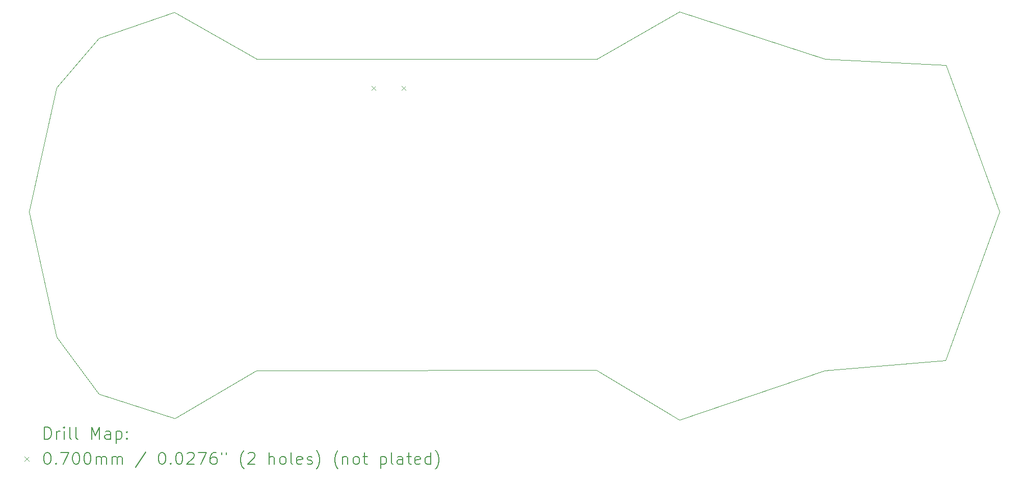
<source format=gbr>
%TF.GenerationSoftware,KiCad,Pcbnew,7.0.5*%
%TF.CreationDate,2023-07-07T07:55:34+07:00*%
%TF.ProjectId,THUC_TAPP,54485543-5f54-4415-9050-2e6b69636164,rev?*%
%TF.SameCoordinates,Original*%
%TF.FileFunction,Drillmap*%
%TF.FilePolarity,Positive*%
%FSLAX45Y45*%
G04 Gerber Fmt 4.5, Leading zero omitted, Abs format (unit mm)*
G04 Created by KiCad (PCBNEW 7.0.5) date 2023-07-07 07:55:34*
%MOMM*%
%LPD*%
G01*
G04 APERTURE LIST*
%ADD10C,0.100000*%
%ADD11C,0.200000*%
%ADD12C,0.070000*%
G04 APERTURE END LIST*
D10*
X22244490Y-5071334D02*
X24247280Y-5169124D01*
X25141360Y-7615144D01*
X24239660Y-10086564D01*
X22233060Y-10256744D01*
X19825140Y-11077164D01*
X18446080Y-10244084D01*
X12794580Y-10249164D01*
X11438060Y-11051764D01*
X10181726Y-10645697D01*
X9478146Y-9695737D01*
X9020946Y-7615477D01*
X9478146Y-5545377D01*
X10176646Y-4722417D01*
X11432980Y-4290284D01*
X12804580Y-5072604D01*
X18453540Y-5070064D01*
X19822600Y-4280124D01*
X22244490Y-5071334D01*
D11*
D12*
X14710000Y-5517000D02*
X14780000Y-5587000D01*
X14780000Y-5517000D02*
X14710000Y-5587000D01*
X15210000Y-5517000D02*
X15280000Y-5587000D01*
X15280000Y-5517000D02*
X15210000Y-5587000D01*
D11*
X9276723Y-11393648D02*
X9276723Y-11193648D01*
X9276723Y-11193648D02*
X9324342Y-11193648D01*
X9324342Y-11193648D02*
X9352913Y-11203171D01*
X9352913Y-11203171D02*
X9371961Y-11222219D01*
X9371961Y-11222219D02*
X9381485Y-11241267D01*
X9381485Y-11241267D02*
X9391008Y-11279362D01*
X9391008Y-11279362D02*
X9391008Y-11307933D01*
X9391008Y-11307933D02*
X9381485Y-11346028D01*
X9381485Y-11346028D02*
X9371961Y-11365076D01*
X9371961Y-11365076D02*
X9352913Y-11384124D01*
X9352913Y-11384124D02*
X9324342Y-11393648D01*
X9324342Y-11393648D02*
X9276723Y-11393648D01*
X9476723Y-11393648D02*
X9476723Y-11260314D01*
X9476723Y-11298409D02*
X9486246Y-11279362D01*
X9486246Y-11279362D02*
X9495770Y-11269838D01*
X9495770Y-11269838D02*
X9514818Y-11260314D01*
X9514818Y-11260314D02*
X9533866Y-11260314D01*
X9600532Y-11393648D02*
X9600532Y-11260314D01*
X9600532Y-11193648D02*
X9591008Y-11203171D01*
X9591008Y-11203171D02*
X9600532Y-11212695D01*
X9600532Y-11212695D02*
X9610056Y-11203171D01*
X9610056Y-11203171D02*
X9600532Y-11193648D01*
X9600532Y-11193648D02*
X9600532Y-11212695D01*
X9724342Y-11393648D02*
X9705294Y-11384124D01*
X9705294Y-11384124D02*
X9695770Y-11365076D01*
X9695770Y-11365076D02*
X9695770Y-11193648D01*
X9829104Y-11393648D02*
X9810056Y-11384124D01*
X9810056Y-11384124D02*
X9800532Y-11365076D01*
X9800532Y-11365076D02*
X9800532Y-11193648D01*
X10057675Y-11393648D02*
X10057675Y-11193648D01*
X10057675Y-11193648D02*
X10124342Y-11336505D01*
X10124342Y-11336505D02*
X10191008Y-11193648D01*
X10191008Y-11193648D02*
X10191008Y-11393648D01*
X10371961Y-11393648D02*
X10371961Y-11288886D01*
X10371961Y-11288886D02*
X10362437Y-11269838D01*
X10362437Y-11269838D02*
X10343389Y-11260314D01*
X10343389Y-11260314D02*
X10305294Y-11260314D01*
X10305294Y-11260314D02*
X10286246Y-11269838D01*
X10371961Y-11384124D02*
X10352913Y-11393648D01*
X10352913Y-11393648D02*
X10305294Y-11393648D01*
X10305294Y-11393648D02*
X10286246Y-11384124D01*
X10286246Y-11384124D02*
X10276723Y-11365076D01*
X10276723Y-11365076D02*
X10276723Y-11346028D01*
X10276723Y-11346028D02*
X10286246Y-11326981D01*
X10286246Y-11326981D02*
X10305294Y-11317457D01*
X10305294Y-11317457D02*
X10352913Y-11317457D01*
X10352913Y-11317457D02*
X10371961Y-11307933D01*
X10467199Y-11260314D02*
X10467199Y-11460314D01*
X10467199Y-11269838D02*
X10486246Y-11260314D01*
X10486246Y-11260314D02*
X10524342Y-11260314D01*
X10524342Y-11260314D02*
X10543389Y-11269838D01*
X10543389Y-11269838D02*
X10552913Y-11279362D01*
X10552913Y-11279362D02*
X10562437Y-11298409D01*
X10562437Y-11298409D02*
X10562437Y-11355552D01*
X10562437Y-11355552D02*
X10552913Y-11374600D01*
X10552913Y-11374600D02*
X10543389Y-11384124D01*
X10543389Y-11384124D02*
X10524342Y-11393648D01*
X10524342Y-11393648D02*
X10486246Y-11393648D01*
X10486246Y-11393648D02*
X10467199Y-11384124D01*
X10648151Y-11374600D02*
X10657675Y-11384124D01*
X10657675Y-11384124D02*
X10648151Y-11393648D01*
X10648151Y-11393648D02*
X10638627Y-11384124D01*
X10638627Y-11384124D02*
X10648151Y-11374600D01*
X10648151Y-11374600D02*
X10648151Y-11393648D01*
X10648151Y-11269838D02*
X10657675Y-11279362D01*
X10657675Y-11279362D02*
X10648151Y-11288886D01*
X10648151Y-11288886D02*
X10638627Y-11279362D01*
X10638627Y-11279362D02*
X10648151Y-11269838D01*
X10648151Y-11269838D02*
X10648151Y-11288886D01*
D12*
X8945946Y-11687164D02*
X9015946Y-11757164D01*
X9015946Y-11687164D02*
X8945946Y-11757164D01*
D11*
X9314818Y-11613648D02*
X9333866Y-11613648D01*
X9333866Y-11613648D02*
X9352913Y-11623171D01*
X9352913Y-11623171D02*
X9362437Y-11632695D01*
X9362437Y-11632695D02*
X9371961Y-11651743D01*
X9371961Y-11651743D02*
X9381485Y-11689838D01*
X9381485Y-11689838D02*
X9381485Y-11737457D01*
X9381485Y-11737457D02*
X9371961Y-11775552D01*
X9371961Y-11775552D02*
X9362437Y-11794600D01*
X9362437Y-11794600D02*
X9352913Y-11804124D01*
X9352913Y-11804124D02*
X9333866Y-11813648D01*
X9333866Y-11813648D02*
X9314818Y-11813648D01*
X9314818Y-11813648D02*
X9295770Y-11804124D01*
X9295770Y-11804124D02*
X9286246Y-11794600D01*
X9286246Y-11794600D02*
X9276723Y-11775552D01*
X9276723Y-11775552D02*
X9267199Y-11737457D01*
X9267199Y-11737457D02*
X9267199Y-11689838D01*
X9267199Y-11689838D02*
X9276723Y-11651743D01*
X9276723Y-11651743D02*
X9286246Y-11632695D01*
X9286246Y-11632695D02*
X9295770Y-11623171D01*
X9295770Y-11623171D02*
X9314818Y-11613648D01*
X9467199Y-11794600D02*
X9476723Y-11804124D01*
X9476723Y-11804124D02*
X9467199Y-11813648D01*
X9467199Y-11813648D02*
X9457675Y-11804124D01*
X9457675Y-11804124D02*
X9467199Y-11794600D01*
X9467199Y-11794600D02*
X9467199Y-11813648D01*
X9543389Y-11613648D02*
X9676723Y-11613648D01*
X9676723Y-11613648D02*
X9591008Y-11813648D01*
X9791008Y-11613648D02*
X9810056Y-11613648D01*
X9810056Y-11613648D02*
X9829104Y-11623171D01*
X9829104Y-11623171D02*
X9838627Y-11632695D01*
X9838627Y-11632695D02*
X9848151Y-11651743D01*
X9848151Y-11651743D02*
X9857675Y-11689838D01*
X9857675Y-11689838D02*
X9857675Y-11737457D01*
X9857675Y-11737457D02*
X9848151Y-11775552D01*
X9848151Y-11775552D02*
X9838627Y-11794600D01*
X9838627Y-11794600D02*
X9829104Y-11804124D01*
X9829104Y-11804124D02*
X9810056Y-11813648D01*
X9810056Y-11813648D02*
X9791008Y-11813648D01*
X9791008Y-11813648D02*
X9771961Y-11804124D01*
X9771961Y-11804124D02*
X9762437Y-11794600D01*
X9762437Y-11794600D02*
X9752913Y-11775552D01*
X9752913Y-11775552D02*
X9743389Y-11737457D01*
X9743389Y-11737457D02*
X9743389Y-11689838D01*
X9743389Y-11689838D02*
X9752913Y-11651743D01*
X9752913Y-11651743D02*
X9762437Y-11632695D01*
X9762437Y-11632695D02*
X9771961Y-11623171D01*
X9771961Y-11623171D02*
X9791008Y-11613648D01*
X9981485Y-11613648D02*
X10000532Y-11613648D01*
X10000532Y-11613648D02*
X10019580Y-11623171D01*
X10019580Y-11623171D02*
X10029104Y-11632695D01*
X10029104Y-11632695D02*
X10038627Y-11651743D01*
X10038627Y-11651743D02*
X10048151Y-11689838D01*
X10048151Y-11689838D02*
X10048151Y-11737457D01*
X10048151Y-11737457D02*
X10038627Y-11775552D01*
X10038627Y-11775552D02*
X10029104Y-11794600D01*
X10029104Y-11794600D02*
X10019580Y-11804124D01*
X10019580Y-11804124D02*
X10000532Y-11813648D01*
X10000532Y-11813648D02*
X9981485Y-11813648D01*
X9981485Y-11813648D02*
X9962437Y-11804124D01*
X9962437Y-11804124D02*
X9952913Y-11794600D01*
X9952913Y-11794600D02*
X9943389Y-11775552D01*
X9943389Y-11775552D02*
X9933866Y-11737457D01*
X9933866Y-11737457D02*
X9933866Y-11689838D01*
X9933866Y-11689838D02*
X9943389Y-11651743D01*
X9943389Y-11651743D02*
X9952913Y-11632695D01*
X9952913Y-11632695D02*
X9962437Y-11623171D01*
X9962437Y-11623171D02*
X9981485Y-11613648D01*
X10133866Y-11813648D02*
X10133866Y-11680314D01*
X10133866Y-11699362D02*
X10143389Y-11689838D01*
X10143389Y-11689838D02*
X10162437Y-11680314D01*
X10162437Y-11680314D02*
X10191008Y-11680314D01*
X10191008Y-11680314D02*
X10210056Y-11689838D01*
X10210056Y-11689838D02*
X10219580Y-11708886D01*
X10219580Y-11708886D02*
X10219580Y-11813648D01*
X10219580Y-11708886D02*
X10229104Y-11689838D01*
X10229104Y-11689838D02*
X10248151Y-11680314D01*
X10248151Y-11680314D02*
X10276723Y-11680314D01*
X10276723Y-11680314D02*
X10295770Y-11689838D01*
X10295770Y-11689838D02*
X10305294Y-11708886D01*
X10305294Y-11708886D02*
X10305294Y-11813648D01*
X10400532Y-11813648D02*
X10400532Y-11680314D01*
X10400532Y-11699362D02*
X10410056Y-11689838D01*
X10410056Y-11689838D02*
X10429104Y-11680314D01*
X10429104Y-11680314D02*
X10457675Y-11680314D01*
X10457675Y-11680314D02*
X10476723Y-11689838D01*
X10476723Y-11689838D02*
X10486247Y-11708886D01*
X10486247Y-11708886D02*
X10486247Y-11813648D01*
X10486247Y-11708886D02*
X10495770Y-11689838D01*
X10495770Y-11689838D02*
X10514818Y-11680314D01*
X10514818Y-11680314D02*
X10543389Y-11680314D01*
X10543389Y-11680314D02*
X10562437Y-11689838D01*
X10562437Y-11689838D02*
X10571961Y-11708886D01*
X10571961Y-11708886D02*
X10571961Y-11813648D01*
X10962437Y-11604124D02*
X10791009Y-11861267D01*
X11219580Y-11613648D02*
X11238628Y-11613648D01*
X11238628Y-11613648D02*
X11257675Y-11623171D01*
X11257675Y-11623171D02*
X11267199Y-11632695D01*
X11267199Y-11632695D02*
X11276723Y-11651743D01*
X11276723Y-11651743D02*
X11286247Y-11689838D01*
X11286247Y-11689838D02*
X11286247Y-11737457D01*
X11286247Y-11737457D02*
X11276723Y-11775552D01*
X11276723Y-11775552D02*
X11267199Y-11794600D01*
X11267199Y-11794600D02*
X11257675Y-11804124D01*
X11257675Y-11804124D02*
X11238628Y-11813648D01*
X11238628Y-11813648D02*
X11219580Y-11813648D01*
X11219580Y-11813648D02*
X11200532Y-11804124D01*
X11200532Y-11804124D02*
X11191008Y-11794600D01*
X11191008Y-11794600D02*
X11181485Y-11775552D01*
X11181485Y-11775552D02*
X11171961Y-11737457D01*
X11171961Y-11737457D02*
X11171961Y-11689838D01*
X11171961Y-11689838D02*
X11181485Y-11651743D01*
X11181485Y-11651743D02*
X11191008Y-11632695D01*
X11191008Y-11632695D02*
X11200532Y-11623171D01*
X11200532Y-11623171D02*
X11219580Y-11613648D01*
X11371961Y-11794600D02*
X11381485Y-11804124D01*
X11381485Y-11804124D02*
X11371961Y-11813648D01*
X11371961Y-11813648D02*
X11362437Y-11804124D01*
X11362437Y-11804124D02*
X11371961Y-11794600D01*
X11371961Y-11794600D02*
X11371961Y-11813648D01*
X11505294Y-11613648D02*
X11524342Y-11613648D01*
X11524342Y-11613648D02*
X11543389Y-11623171D01*
X11543389Y-11623171D02*
X11552913Y-11632695D01*
X11552913Y-11632695D02*
X11562437Y-11651743D01*
X11562437Y-11651743D02*
X11571961Y-11689838D01*
X11571961Y-11689838D02*
X11571961Y-11737457D01*
X11571961Y-11737457D02*
X11562437Y-11775552D01*
X11562437Y-11775552D02*
X11552913Y-11794600D01*
X11552913Y-11794600D02*
X11543389Y-11804124D01*
X11543389Y-11804124D02*
X11524342Y-11813648D01*
X11524342Y-11813648D02*
X11505294Y-11813648D01*
X11505294Y-11813648D02*
X11486247Y-11804124D01*
X11486247Y-11804124D02*
X11476723Y-11794600D01*
X11476723Y-11794600D02*
X11467199Y-11775552D01*
X11467199Y-11775552D02*
X11457675Y-11737457D01*
X11457675Y-11737457D02*
X11457675Y-11689838D01*
X11457675Y-11689838D02*
X11467199Y-11651743D01*
X11467199Y-11651743D02*
X11476723Y-11632695D01*
X11476723Y-11632695D02*
X11486247Y-11623171D01*
X11486247Y-11623171D02*
X11505294Y-11613648D01*
X11648151Y-11632695D02*
X11657675Y-11623171D01*
X11657675Y-11623171D02*
X11676723Y-11613648D01*
X11676723Y-11613648D02*
X11724342Y-11613648D01*
X11724342Y-11613648D02*
X11743389Y-11623171D01*
X11743389Y-11623171D02*
X11752913Y-11632695D01*
X11752913Y-11632695D02*
X11762437Y-11651743D01*
X11762437Y-11651743D02*
X11762437Y-11670790D01*
X11762437Y-11670790D02*
X11752913Y-11699362D01*
X11752913Y-11699362D02*
X11638628Y-11813648D01*
X11638628Y-11813648D02*
X11762437Y-11813648D01*
X11829104Y-11613648D02*
X11962437Y-11613648D01*
X11962437Y-11613648D02*
X11876723Y-11813648D01*
X12124342Y-11613648D02*
X12086247Y-11613648D01*
X12086247Y-11613648D02*
X12067199Y-11623171D01*
X12067199Y-11623171D02*
X12057675Y-11632695D01*
X12057675Y-11632695D02*
X12038628Y-11661267D01*
X12038628Y-11661267D02*
X12029104Y-11699362D01*
X12029104Y-11699362D02*
X12029104Y-11775552D01*
X12029104Y-11775552D02*
X12038628Y-11794600D01*
X12038628Y-11794600D02*
X12048151Y-11804124D01*
X12048151Y-11804124D02*
X12067199Y-11813648D01*
X12067199Y-11813648D02*
X12105294Y-11813648D01*
X12105294Y-11813648D02*
X12124342Y-11804124D01*
X12124342Y-11804124D02*
X12133866Y-11794600D01*
X12133866Y-11794600D02*
X12143389Y-11775552D01*
X12143389Y-11775552D02*
X12143389Y-11727933D01*
X12143389Y-11727933D02*
X12133866Y-11708886D01*
X12133866Y-11708886D02*
X12124342Y-11699362D01*
X12124342Y-11699362D02*
X12105294Y-11689838D01*
X12105294Y-11689838D02*
X12067199Y-11689838D01*
X12067199Y-11689838D02*
X12048151Y-11699362D01*
X12048151Y-11699362D02*
X12038628Y-11708886D01*
X12038628Y-11708886D02*
X12029104Y-11727933D01*
X12219580Y-11613648D02*
X12219580Y-11651743D01*
X12295770Y-11613648D02*
X12295770Y-11651743D01*
X12591009Y-11889838D02*
X12581485Y-11880314D01*
X12581485Y-11880314D02*
X12562437Y-11851743D01*
X12562437Y-11851743D02*
X12552913Y-11832695D01*
X12552913Y-11832695D02*
X12543390Y-11804124D01*
X12543390Y-11804124D02*
X12533866Y-11756505D01*
X12533866Y-11756505D02*
X12533866Y-11718409D01*
X12533866Y-11718409D02*
X12543390Y-11670790D01*
X12543390Y-11670790D02*
X12552913Y-11642219D01*
X12552913Y-11642219D02*
X12562437Y-11623171D01*
X12562437Y-11623171D02*
X12581485Y-11594600D01*
X12581485Y-11594600D02*
X12591009Y-11585076D01*
X12657675Y-11632695D02*
X12667199Y-11623171D01*
X12667199Y-11623171D02*
X12686247Y-11613648D01*
X12686247Y-11613648D02*
X12733866Y-11613648D01*
X12733866Y-11613648D02*
X12752913Y-11623171D01*
X12752913Y-11623171D02*
X12762437Y-11632695D01*
X12762437Y-11632695D02*
X12771961Y-11651743D01*
X12771961Y-11651743D02*
X12771961Y-11670790D01*
X12771961Y-11670790D02*
X12762437Y-11699362D01*
X12762437Y-11699362D02*
X12648151Y-11813648D01*
X12648151Y-11813648D02*
X12771961Y-11813648D01*
X13010056Y-11813648D02*
X13010056Y-11613648D01*
X13095771Y-11813648D02*
X13095771Y-11708886D01*
X13095771Y-11708886D02*
X13086247Y-11689838D01*
X13086247Y-11689838D02*
X13067199Y-11680314D01*
X13067199Y-11680314D02*
X13038628Y-11680314D01*
X13038628Y-11680314D02*
X13019580Y-11689838D01*
X13019580Y-11689838D02*
X13010056Y-11699362D01*
X13219580Y-11813648D02*
X13200532Y-11804124D01*
X13200532Y-11804124D02*
X13191009Y-11794600D01*
X13191009Y-11794600D02*
X13181485Y-11775552D01*
X13181485Y-11775552D02*
X13181485Y-11718409D01*
X13181485Y-11718409D02*
X13191009Y-11699362D01*
X13191009Y-11699362D02*
X13200532Y-11689838D01*
X13200532Y-11689838D02*
X13219580Y-11680314D01*
X13219580Y-11680314D02*
X13248152Y-11680314D01*
X13248152Y-11680314D02*
X13267199Y-11689838D01*
X13267199Y-11689838D02*
X13276723Y-11699362D01*
X13276723Y-11699362D02*
X13286247Y-11718409D01*
X13286247Y-11718409D02*
X13286247Y-11775552D01*
X13286247Y-11775552D02*
X13276723Y-11794600D01*
X13276723Y-11794600D02*
X13267199Y-11804124D01*
X13267199Y-11804124D02*
X13248152Y-11813648D01*
X13248152Y-11813648D02*
X13219580Y-11813648D01*
X13400532Y-11813648D02*
X13381485Y-11804124D01*
X13381485Y-11804124D02*
X13371961Y-11785076D01*
X13371961Y-11785076D02*
X13371961Y-11613648D01*
X13552913Y-11804124D02*
X13533866Y-11813648D01*
X13533866Y-11813648D02*
X13495771Y-11813648D01*
X13495771Y-11813648D02*
X13476723Y-11804124D01*
X13476723Y-11804124D02*
X13467199Y-11785076D01*
X13467199Y-11785076D02*
X13467199Y-11708886D01*
X13467199Y-11708886D02*
X13476723Y-11689838D01*
X13476723Y-11689838D02*
X13495771Y-11680314D01*
X13495771Y-11680314D02*
X13533866Y-11680314D01*
X13533866Y-11680314D02*
X13552913Y-11689838D01*
X13552913Y-11689838D02*
X13562437Y-11708886D01*
X13562437Y-11708886D02*
X13562437Y-11727933D01*
X13562437Y-11727933D02*
X13467199Y-11746981D01*
X13638628Y-11804124D02*
X13657675Y-11813648D01*
X13657675Y-11813648D02*
X13695771Y-11813648D01*
X13695771Y-11813648D02*
X13714818Y-11804124D01*
X13714818Y-11804124D02*
X13724342Y-11785076D01*
X13724342Y-11785076D02*
X13724342Y-11775552D01*
X13724342Y-11775552D02*
X13714818Y-11756505D01*
X13714818Y-11756505D02*
X13695771Y-11746981D01*
X13695771Y-11746981D02*
X13667199Y-11746981D01*
X13667199Y-11746981D02*
X13648152Y-11737457D01*
X13648152Y-11737457D02*
X13638628Y-11718409D01*
X13638628Y-11718409D02*
X13638628Y-11708886D01*
X13638628Y-11708886D02*
X13648152Y-11689838D01*
X13648152Y-11689838D02*
X13667199Y-11680314D01*
X13667199Y-11680314D02*
X13695771Y-11680314D01*
X13695771Y-11680314D02*
X13714818Y-11689838D01*
X13791009Y-11889838D02*
X13800533Y-11880314D01*
X13800533Y-11880314D02*
X13819580Y-11851743D01*
X13819580Y-11851743D02*
X13829104Y-11832695D01*
X13829104Y-11832695D02*
X13838628Y-11804124D01*
X13838628Y-11804124D02*
X13848152Y-11756505D01*
X13848152Y-11756505D02*
X13848152Y-11718409D01*
X13848152Y-11718409D02*
X13838628Y-11670790D01*
X13838628Y-11670790D02*
X13829104Y-11642219D01*
X13829104Y-11642219D02*
X13819580Y-11623171D01*
X13819580Y-11623171D02*
X13800533Y-11594600D01*
X13800533Y-11594600D02*
X13791009Y-11585076D01*
X14152914Y-11889838D02*
X14143390Y-11880314D01*
X14143390Y-11880314D02*
X14124342Y-11851743D01*
X14124342Y-11851743D02*
X14114818Y-11832695D01*
X14114818Y-11832695D02*
X14105294Y-11804124D01*
X14105294Y-11804124D02*
X14095771Y-11756505D01*
X14095771Y-11756505D02*
X14095771Y-11718409D01*
X14095771Y-11718409D02*
X14105294Y-11670790D01*
X14105294Y-11670790D02*
X14114818Y-11642219D01*
X14114818Y-11642219D02*
X14124342Y-11623171D01*
X14124342Y-11623171D02*
X14143390Y-11594600D01*
X14143390Y-11594600D02*
X14152914Y-11585076D01*
X14229104Y-11680314D02*
X14229104Y-11813648D01*
X14229104Y-11699362D02*
X14238628Y-11689838D01*
X14238628Y-11689838D02*
X14257675Y-11680314D01*
X14257675Y-11680314D02*
X14286247Y-11680314D01*
X14286247Y-11680314D02*
X14305294Y-11689838D01*
X14305294Y-11689838D02*
X14314818Y-11708886D01*
X14314818Y-11708886D02*
X14314818Y-11813648D01*
X14438628Y-11813648D02*
X14419580Y-11804124D01*
X14419580Y-11804124D02*
X14410056Y-11794600D01*
X14410056Y-11794600D02*
X14400533Y-11775552D01*
X14400533Y-11775552D02*
X14400533Y-11718409D01*
X14400533Y-11718409D02*
X14410056Y-11699362D01*
X14410056Y-11699362D02*
X14419580Y-11689838D01*
X14419580Y-11689838D02*
X14438628Y-11680314D01*
X14438628Y-11680314D02*
X14467199Y-11680314D01*
X14467199Y-11680314D02*
X14486247Y-11689838D01*
X14486247Y-11689838D02*
X14495771Y-11699362D01*
X14495771Y-11699362D02*
X14505294Y-11718409D01*
X14505294Y-11718409D02*
X14505294Y-11775552D01*
X14505294Y-11775552D02*
X14495771Y-11794600D01*
X14495771Y-11794600D02*
X14486247Y-11804124D01*
X14486247Y-11804124D02*
X14467199Y-11813648D01*
X14467199Y-11813648D02*
X14438628Y-11813648D01*
X14562437Y-11680314D02*
X14638628Y-11680314D01*
X14591009Y-11613648D02*
X14591009Y-11785076D01*
X14591009Y-11785076D02*
X14600533Y-11804124D01*
X14600533Y-11804124D02*
X14619580Y-11813648D01*
X14619580Y-11813648D02*
X14638628Y-11813648D01*
X14857675Y-11680314D02*
X14857675Y-11880314D01*
X14857675Y-11689838D02*
X14876723Y-11680314D01*
X14876723Y-11680314D02*
X14914818Y-11680314D01*
X14914818Y-11680314D02*
X14933866Y-11689838D01*
X14933866Y-11689838D02*
X14943390Y-11699362D01*
X14943390Y-11699362D02*
X14952914Y-11718409D01*
X14952914Y-11718409D02*
X14952914Y-11775552D01*
X14952914Y-11775552D02*
X14943390Y-11794600D01*
X14943390Y-11794600D02*
X14933866Y-11804124D01*
X14933866Y-11804124D02*
X14914818Y-11813648D01*
X14914818Y-11813648D02*
X14876723Y-11813648D01*
X14876723Y-11813648D02*
X14857675Y-11804124D01*
X15067199Y-11813648D02*
X15048152Y-11804124D01*
X15048152Y-11804124D02*
X15038628Y-11785076D01*
X15038628Y-11785076D02*
X15038628Y-11613648D01*
X15229104Y-11813648D02*
X15229104Y-11708886D01*
X15229104Y-11708886D02*
X15219580Y-11689838D01*
X15219580Y-11689838D02*
X15200533Y-11680314D01*
X15200533Y-11680314D02*
X15162437Y-11680314D01*
X15162437Y-11680314D02*
X15143390Y-11689838D01*
X15229104Y-11804124D02*
X15210056Y-11813648D01*
X15210056Y-11813648D02*
X15162437Y-11813648D01*
X15162437Y-11813648D02*
X15143390Y-11804124D01*
X15143390Y-11804124D02*
X15133866Y-11785076D01*
X15133866Y-11785076D02*
X15133866Y-11766028D01*
X15133866Y-11766028D02*
X15143390Y-11746981D01*
X15143390Y-11746981D02*
X15162437Y-11737457D01*
X15162437Y-11737457D02*
X15210056Y-11737457D01*
X15210056Y-11737457D02*
X15229104Y-11727933D01*
X15295771Y-11680314D02*
X15371961Y-11680314D01*
X15324342Y-11613648D02*
X15324342Y-11785076D01*
X15324342Y-11785076D02*
X15333866Y-11804124D01*
X15333866Y-11804124D02*
X15352914Y-11813648D01*
X15352914Y-11813648D02*
X15371961Y-11813648D01*
X15514818Y-11804124D02*
X15495771Y-11813648D01*
X15495771Y-11813648D02*
X15457675Y-11813648D01*
X15457675Y-11813648D02*
X15438628Y-11804124D01*
X15438628Y-11804124D02*
X15429104Y-11785076D01*
X15429104Y-11785076D02*
X15429104Y-11708886D01*
X15429104Y-11708886D02*
X15438628Y-11689838D01*
X15438628Y-11689838D02*
X15457675Y-11680314D01*
X15457675Y-11680314D02*
X15495771Y-11680314D01*
X15495771Y-11680314D02*
X15514818Y-11689838D01*
X15514818Y-11689838D02*
X15524342Y-11708886D01*
X15524342Y-11708886D02*
X15524342Y-11727933D01*
X15524342Y-11727933D02*
X15429104Y-11746981D01*
X15695771Y-11813648D02*
X15695771Y-11613648D01*
X15695771Y-11804124D02*
X15676723Y-11813648D01*
X15676723Y-11813648D02*
X15638628Y-11813648D01*
X15638628Y-11813648D02*
X15619580Y-11804124D01*
X15619580Y-11804124D02*
X15610056Y-11794600D01*
X15610056Y-11794600D02*
X15600533Y-11775552D01*
X15600533Y-11775552D02*
X15600533Y-11718409D01*
X15600533Y-11718409D02*
X15610056Y-11699362D01*
X15610056Y-11699362D02*
X15619580Y-11689838D01*
X15619580Y-11689838D02*
X15638628Y-11680314D01*
X15638628Y-11680314D02*
X15676723Y-11680314D01*
X15676723Y-11680314D02*
X15695771Y-11689838D01*
X15771961Y-11889838D02*
X15781485Y-11880314D01*
X15781485Y-11880314D02*
X15800533Y-11851743D01*
X15800533Y-11851743D02*
X15810056Y-11832695D01*
X15810056Y-11832695D02*
X15819580Y-11804124D01*
X15819580Y-11804124D02*
X15829104Y-11756505D01*
X15829104Y-11756505D02*
X15829104Y-11718409D01*
X15829104Y-11718409D02*
X15819580Y-11670790D01*
X15819580Y-11670790D02*
X15810056Y-11642219D01*
X15810056Y-11642219D02*
X15800533Y-11623171D01*
X15800533Y-11623171D02*
X15781485Y-11594600D01*
X15781485Y-11594600D02*
X15771961Y-11585076D01*
M02*

</source>
